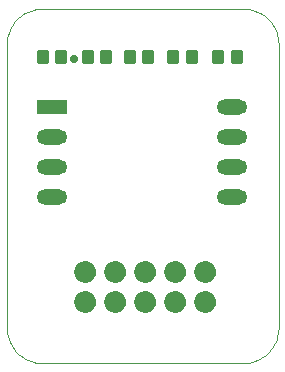
<source format=gts>
G04*
G04 #@! TF.GenerationSoftware,Altium Limited,Altium Designer,20.1.14 (287)*
G04*
G04 Layer_Color=8388736*
%FSLAX25Y25*%
%MOIN*%
G70*
G04*
G04 #@! TF.SameCoordinates,AECB5131-AEB6-4EF0-9EC0-680490A520C0*
G04*
G04*
G04 #@! TF.FilePolarity,Negative*
G04*
G01*
G75*
%ADD14C,0.00050*%
%ADD15C,0.00000*%
G04:AMPARAMS|DCode=16|XSize=40.95mil|YSize=44.09mil|CornerRadius=5.67mil|HoleSize=0mil|Usage=FLASHONLY|Rotation=180.000|XOffset=0mil|YOffset=0mil|HoleType=Round|Shape=RoundedRectangle|*
%AMROUNDEDRECTD16*
21,1,0.04095,0.03276,0,0,180.0*
21,1,0.02961,0.04409,0,0,180.0*
1,1,0.01134,-0.01480,0.01638*
1,1,0.01134,0.01480,0.01638*
1,1,0.01134,0.01480,-0.01638*
1,1,0.01134,-0.01480,-0.01638*
%
%ADD16ROUNDEDRECTD16*%
%ADD17O,0.10236X0.05118*%
%ADD18R,0.10236X0.05118*%
%ADD19C,0.07244*%
%ADD20C,0.02894*%
D14*
X78740Y0D02*
X79716Y40D01*
X80684Y161D01*
X81640Y361D01*
X82575Y640D01*
X83485Y995D01*
X84362Y1424D01*
X85200Y1923D01*
X85995Y2490D01*
X86739Y3121D01*
X87430Y3812D01*
X88061Y4557D01*
X88628Y5351D01*
X89128Y6190D01*
X89556Y7067D01*
X89911Y7976D01*
X90190Y8912D01*
X90390Y9867D01*
X90511Y10836D01*
X90551Y11811D01*
X90551Y106299D02*
X90511Y107275D01*
X90390Y108243D01*
X90190Y109199D01*
X89911Y110134D01*
X89556Y111044D01*
X89128Y111921D01*
X88628Y112759D01*
X88061Y113554D01*
X87430Y114299D01*
X86740Y114989D01*
X85995Y115620D01*
X85200Y116187D01*
X84362Y116687D01*
X83485Y117115D01*
X82575Y117470D01*
X81640Y117749D01*
X80684Y117949D01*
X79716Y118070D01*
X78740Y118110D01*
X11811D02*
X10836Y118070D01*
X9867Y117949D01*
X8912Y117749D01*
X7976Y117470D01*
X7067Y117115D01*
X6190Y116687D01*
X5351Y116187D01*
X4557Y115620D01*
X3812Y114989D01*
X3121Y114299D01*
X2490Y113554D01*
X1923Y112759D01*
X1424Y111921D01*
X995Y111044D01*
X640Y110134D01*
X361Y109199D01*
X161Y108243D01*
X40Y107275D01*
X-0Y106299D01*
X0Y11811D02*
X40Y10836D01*
X161Y9867D01*
X361Y8912D01*
X640Y7976D01*
X995Y7067D01*
X1424Y6190D01*
X1923Y5351D01*
X2490Y4557D01*
X3121Y3812D01*
X3812Y3121D01*
X4557Y2490D01*
X5351Y1923D01*
X6190Y1424D01*
X7067Y995D01*
X7976Y640D01*
X8912Y361D01*
X9867Y161D01*
X10836Y40D01*
X11811Y0D01*
X90551Y11811D02*
Y106299D01*
X11811Y118110D02*
X78740D01*
X0Y11811D02*
Y106299D01*
X11811Y0D02*
X78740D01*
D15*
X69390Y30500D02*
X69239Y31499D01*
X68801Y32410D01*
X68114Y33150D01*
X67238Y33656D01*
X66253Y33880D01*
X65246Y33805D01*
X64305Y33436D01*
X63515Y32806D01*
X62946Y31971D01*
X62648Y31005D01*
Y29995D01*
X62946Y29029D01*
X63515Y28194D01*
X64305Y27564D01*
X65246Y27195D01*
X66253Y27119D01*
X67238Y27344D01*
X68114Y27850D01*
X68801Y28590D01*
X69239Y29501D01*
X69390Y30500D01*
Y20500D02*
X69239Y21499D01*
X68801Y22410D01*
X68114Y23150D01*
X67238Y23656D01*
X66253Y23880D01*
X65246Y23805D01*
X64305Y23436D01*
X63515Y22806D01*
X62946Y21971D01*
X62648Y21005D01*
Y19995D01*
X62946Y19029D01*
X63515Y18194D01*
X64305Y17564D01*
X65246Y17195D01*
X66253Y17120D01*
X67238Y17344D01*
X68114Y17850D01*
X68801Y18590D01*
X69239Y19501D01*
X69390Y20500D01*
X59390Y30500D02*
X59239Y31499D01*
X58801Y32410D01*
X58114Y33150D01*
X57239Y33656D01*
X56253Y33880D01*
X55246Y33805D01*
X54305Y33436D01*
X53515Y32806D01*
X52946Y31971D01*
X52648Y31005D01*
Y29995D01*
X52946Y29029D01*
X53515Y28194D01*
X54305Y27564D01*
X55246Y27195D01*
X56253Y27119D01*
X57239Y27344D01*
X58114Y27850D01*
X58801Y28590D01*
X59239Y29501D01*
X59390Y30500D01*
Y20500D02*
X59239Y21499D01*
X58801Y22410D01*
X58114Y23150D01*
X57239Y23656D01*
X56253Y23880D01*
X55246Y23805D01*
X54305Y23436D01*
X53515Y22806D01*
X52946Y21971D01*
X52648Y21005D01*
Y19995D01*
X52946Y19029D01*
X53515Y18194D01*
X54305Y17564D01*
X55246Y17195D01*
X56253Y17120D01*
X57239Y17344D01*
X58114Y17850D01*
X58801Y18590D01*
X59239Y19501D01*
X59390Y20500D01*
X49390Y30500D02*
X49239Y31499D01*
X48801Y32410D01*
X48114Y33150D01*
X47238Y33656D01*
X46253Y33880D01*
X45246Y33805D01*
X44305Y33436D01*
X43515Y32806D01*
X42946Y31971D01*
X42648Y31005D01*
Y29995D01*
X42946Y29029D01*
X43515Y28194D01*
X44305Y27564D01*
X45246Y27195D01*
X46253Y27119D01*
X47238Y27344D01*
X48114Y27850D01*
X48801Y28590D01*
X49239Y29501D01*
X49390Y30500D01*
Y20500D02*
X49239Y21499D01*
X48801Y22410D01*
X48114Y23150D01*
X47238Y23656D01*
X46253Y23880D01*
X45246Y23805D01*
X44305Y23436D01*
X43515Y22806D01*
X42946Y21971D01*
X42648Y21005D01*
Y19995D01*
X42946Y19029D01*
X43515Y18194D01*
X44305Y17564D01*
X45246Y17195D01*
X46253Y17120D01*
X47238Y17344D01*
X48114Y17850D01*
X48801Y18590D01*
X49239Y19501D01*
X49390Y20500D01*
X39390Y30500D02*
X39239Y31499D01*
X38801Y32410D01*
X38114Y33150D01*
X37238Y33656D01*
X36253Y33880D01*
X35246Y33805D01*
X34305Y33436D01*
X33515Y32806D01*
X32946Y31971D01*
X32648Y31005D01*
Y29995D01*
X32946Y29029D01*
X33515Y28194D01*
X34305Y27564D01*
X35246Y27195D01*
X36253Y27119D01*
X37238Y27344D01*
X38114Y27850D01*
X38801Y28590D01*
X39239Y29501D01*
X39390Y30500D01*
Y20500D02*
X39239Y21499D01*
X38801Y22410D01*
X38114Y23150D01*
X37238Y23656D01*
X36253Y23880D01*
X35246Y23805D01*
X34305Y23436D01*
X33515Y22806D01*
X32946Y21971D01*
X32648Y21005D01*
Y19995D01*
X32946Y19029D01*
X33515Y18194D01*
X34305Y17564D01*
X35246Y17195D01*
X36253Y17120D01*
X37238Y17344D01*
X38114Y17850D01*
X38801Y18590D01*
X39239Y19501D01*
X39390Y20500D01*
X29390Y30500D02*
X29239Y31499D01*
X28801Y32410D01*
X28114Y33150D01*
X27239Y33656D01*
X26253Y33880D01*
X25246Y33805D01*
X24305Y33436D01*
X23515Y32806D01*
X22946Y31971D01*
X22648Y31005D01*
Y29995D01*
X22946Y29029D01*
X23515Y28194D01*
X24305Y27564D01*
X25246Y27195D01*
X26253Y27119D01*
X27239Y27344D01*
X28114Y27850D01*
X28801Y28590D01*
X29239Y29501D01*
X29390Y30500D01*
Y20500D02*
X29239Y21499D01*
X28801Y22410D01*
X28114Y23150D01*
X27239Y23656D01*
X26253Y23880D01*
X25246Y23805D01*
X24305Y23436D01*
X23515Y22806D01*
X22946Y21971D01*
X22648Y21005D01*
Y19995D01*
X22946Y19029D01*
X23515Y18194D01*
X24305Y17564D01*
X25246Y17195D01*
X26253Y17120D01*
X27239Y17344D01*
X28114Y17850D01*
X28801Y18590D01*
X29239Y19501D01*
X29390Y20500D01*
D16*
X55390Y102000D02*
D03*
X61610D02*
D03*
X70390D02*
D03*
X76610D02*
D03*
X40890D02*
D03*
X47110D02*
D03*
X26890D02*
D03*
X33110D02*
D03*
X11890D02*
D03*
X18110D02*
D03*
D17*
X75000Y55500D02*
D03*
Y65500D02*
D03*
Y75500D02*
D03*
Y85500D02*
D03*
X15000Y55500D02*
D03*
Y65500D02*
D03*
Y75500D02*
D03*
D18*
Y85500D02*
D03*
D19*
X66000Y30500D02*
D03*
Y20500D02*
D03*
X56000Y30500D02*
D03*
Y20500D02*
D03*
X46000Y30500D02*
D03*
Y20500D02*
D03*
X36000Y30500D02*
D03*
Y20500D02*
D03*
X26000Y30500D02*
D03*
Y20500D02*
D03*
D20*
X22500Y101500D02*
D03*
M02*

</source>
